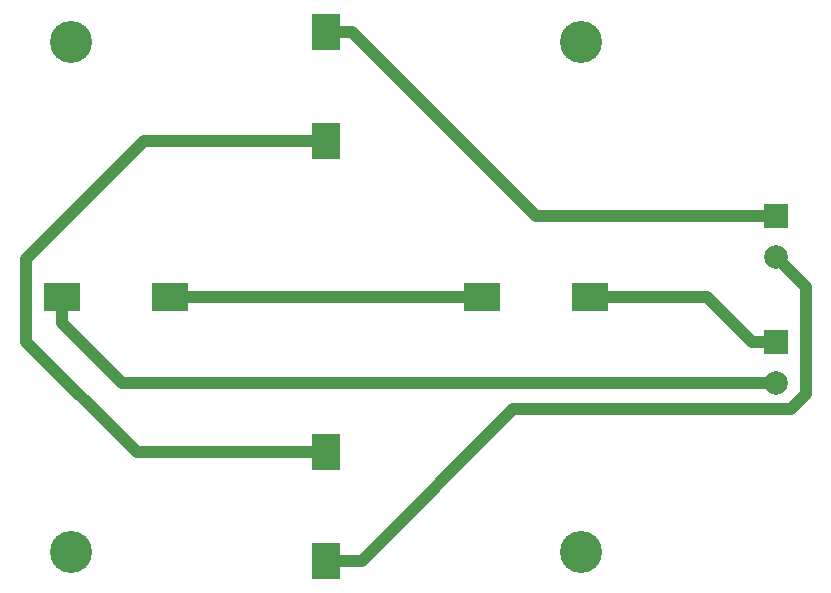
<source format=gbr>
G04 #@! TF.GenerationSoftware,KiCad,Pcbnew,5.0.2-bee76a0~70~ubuntu18.04.1*
G04 #@! TF.CreationDate,2019-06-27T14:31:57-07:00*
G04 #@! TF.ProjectId,stator_plate,73746174-6f72-45f7-906c-6174652e6b69,rev?*
G04 #@! TF.SameCoordinates,Original*
G04 #@! TF.FileFunction,Copper,L1,Top*
G04 #@! TF.FilePolarity,Positive*
%FSLAX46Y46*%
G04 Gerber Fmt 4.6, Leading zero omitted, Abs format (unit mm)*
G04 Created by KiCad (PCBNEW 5.0.2-bee76a0~70~ubuntu18.04.1) date Thu 27 Jun 2019 02:31:57 PM PDT*
%MOMM*%
%LPD*%
G01*
G04 APERTURE LIST*
G04 #@! TA.AperFunction,ComponentPad*
%ADD10C,2.000000*%
G04 #@! TD*
G04 #@! TA.AperFunction,ComponentPad*
%ADD11R,2.000000X2.000000*%
G04 #@! TD*
G04 #@! TA.AperFunction,SMDPad,CuDef*
%ADD12R,2.387600X3.048000*%
G04 #@! TD*
G04 #@! TA.AperFunction,SMDPad,CuDef*
%ADD13R,3.048000X2.387600*%
G04 #@! TD*
G04 #@! TA.AperFunction,ComponentPad*
%ADD14C,3.556000*%
G04 #@! TD*
G04 #@! TA.AperFunction,Conductor*
%ADD15C,1.016000*%
G04 #@! TD*
G04 APERTURE END LIST*
D10*
G04 #@! TO.P,J1,2*
G04 #@! TO.N,Net-(J1-Pad2)*
X165100000Y-98270060D03*
D11*
G04 #@! TO.P,J1,1*
G04 #@! TO.N,Net-(J1-Pad1)*
X165100000Y-94769940D03*
G04 #@! TD*
G04 #@! TO.P,J2,1*
G04 #@! TO.N,Net-(J2-Pad1)*
X165100000Y-105437940D03*
D10*
G04 #@! TO.P,J2,2*
G04 #@! TO.N,Net-(J2-Pad2)*
X165100000Y-108938060D03*
G04 #@! TD*
D12*
G04 #@! TO.P,L1,1*
G04 #@! TO.N,Net-(L1-Pad1)*
X127000000Y-88417400D03*
G04 #@! TO.P,L1,2*
G04 #@! TO.N,Net-(J1-Pad1)*
X127000000Y-79222600D03*
G04 #@! TD*
G04 #@! TO.P,L2,1*
G04 #@! TO.N,Net-(L1-Pad1)*
X127000000Y-114782600D03*
G04 #@! TO.P,L2,2*
G04 #@! TO.N,Net-(J1-Pad2)*
X127000000Y-123977400D03*
G04 #@! TD*
D13*
G04 #@! TO.P,L3,2*
G04 #@! TO.N,Net-(J2-Pad2)*
X104622600Y-101600000D03*
G04 #@! TO.P,L3,1*
G04 #@! TO.N,Net-(L3-Pad1)*
X113817400Y-101600000D03*
G04 #@! TD*
G04 #@! TO.P,L4,2*
G04 #@! TO.N,Net-(J2-Pad1)*
X149377400Y-101600000D03*
G04 #@! TO.P,L4,1*
G04 #@! TO.N,Net-(L3-Pad1)*
X140182600Y-101600000D03*
G04 #@! TD*
D14*
G04 #@! TO.P,M1,*
G04 #@! TO.N,*
X105410000Y-80010000D03*
G04 #@! TD*
G04 #@! TO.P,M2,*
G04 #@! TO.N,*
X148590000Y-80010000D03*
G04 #@! TD*
G04 #@! TO.P,M3,*
G04 #@! TO.N,*
X148590000Y-123190000D03*
G04 #@! TD*
G04 #@! TO.P,M4,*
G04 #@! TO.N,*
X105410000Y-123190000D03*
G04 #@! TD*
D15*
G04 #@! TO.N,Net-(J1-Pad2)*
X166808400Y-99978500D02*
X165100000Y-98270100D01*
X142875000Y-111125000D02*
X166370000Y-111125000D01*
X167640000Y-109855000D02*
X167640000Y-100810100D01*
X130022600Y-123977400D02*
X142875000Y-111125000D01*
X127000000Y-123977400D02*
X130022600Y-123977400D01*
X166370000Y-111125000D02*
X167640000Y-109855000D01*
X167640000Y-100810100D02*
X166808400Y-99978500D01*
G04 #@! TO.N,Net-(J1-Pad1)*
X127000000Y-79222600D02*
X129209800Y-79222600D01*
X129209800Y-79222600D02*
X144757100Y-94769900D01*
X144757100Y-94769900D02*
X165100000Y-94769900D01*
G04 #@! TO.N,Net-(J2-Pad1)*
X165100000Y-105437900D02*
X163084000Y-105437900D01*
X149377400Y-101600000D02*
X159246100Y-101600000D01*
X159246100Y-101600000D02*
X163084000Y-105437900D01*
G04 #@! TO.N,Net-(J2-Pad2)*
X104622600Y-101600000D02*
X104622600Y-103809800D01*
X104622600Y-103809800D02*
X109750900Y-108938100D01*
X109750900Y-108938100D02*
X165100000Y-108938100D01*
G04 #@! TO.N,Net-(L1-Pad1)*
X101600000Y-98425000D02*
X101600000Y-105410000D01*
X127000000Y-88417400D02*
X111607600Y-88417400D01*
X110972600Y-114782600D02*
X127000000Y-114782600D01*
X101600000Y-105410000D02*
X110972600Y-114782600D01*
X111607600Y-88417400D02*
X101600000Y-98425000D01*
G04 #@! TO.N,Net-(L3-Pad1)*
X140182600Y-101600000D02*
X113817400Y-101600000D01*
G04 #@! TD*
M02*

</source>
